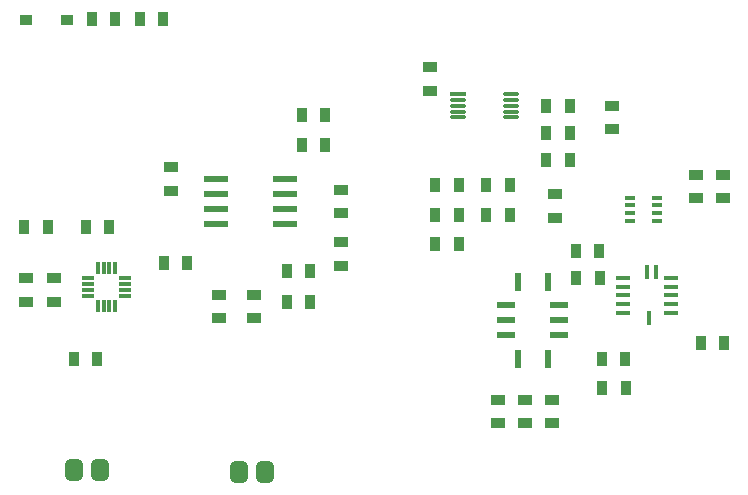
<source format=gtp>
G04*
G04 #@! TF.GenerationSoftware,Altium Limited,Altium Designer,20.0.12 (288)*
G04*
G04 Layer_Color=8421504*
%FSLAX44Y44*%
%MOMM*%
G71*
G01*
G75*
%ADD15R,1.0000X0.8500*%
%ADD16R,1.0000X0.3000*%
%ADD17R,0.3000X1.0000*%
%ADD18R,0.9000X1.3000*%
%ADD19R,1.3000X0.9000*%
%ADD20R,2.0000X0.6000*%
%ADD21O,1.4500X0.3000*%
%ADD22R,1.4500X0.3000*%
%ADD23R,0.6000X1.5000*%
%ADD24R,1.5000X0.6000*%
G04:AMPARAMS|DCode=25|XSize=1.5mm|YSize=1.8mm|CornerRadius=0.375mm|HoleSize=0mm|Usage=FLASHONLY|Rotation=0.000|XOffset=0mm|YOffset=0mm|HoleType=Round|Shape=RoundedRectangle|*
%AMROUNDEDRECTD25*
21,1,1.5000,1.0500,0,0,0.0*
21,1,0.7500,1.8000,0,0,0.0*
1,1,0.7500,0.3750,-0.5250*
1,1,0.7500,-0.3750,-0.5250*
1,1,0.7500,-0.3750,0.5250*
1,1,0.7500,0.3750,0.5250*
%
%ADD25ROUNDEDRECTD25*%
%ADD26R,0.4000X1.3000*%
%ADD27R,1.3000X0.3500*%
%ADD28R,0.9000X0.3500*%
D15*
X117830Y423070D02*
D03*
X82830D02*
D03*
D16*
X135130Y204510D02*
D03*
Y199510D02*
D03*
Y194510D02*
D03*
Y189510D02*
D03*
X167130D02*
D03*
Y194510D02*
D03*
Y199510D02*
D03*
Y204510D02*
D03*
D17*
X143630Y181010D02*
D03*
X148630D02*
D03*
X153630D02*
D03*
X158630D02*
D03*
Y213010D02*
D03*
X153630D02*
D03*
X148630D02*
D03*
X143630D02*
D03*
D18*
X336390Y343060D02*
D03*
X316390D02*
D03*
X336390Y317660D02*
D03*
X316390D02*
D03*
X303690Y210980D02*
D03*
X323690D02*
D03*
Y184310D02*
D03*
X303690D02*
D03*
X219550Y217330D02*
D03*
X199550D02*
D03*
X143350Y136050D02*
D03*
X123350D02*
D03*
X133630Y247810D02*
D03*
X153630D02*
D03*
X101440D02*
D03*
X81440D02*
D03*
X429420Y233840D02*
D03*
X449420D02*
D03*
X429420Y257970D02*
D03*
X449420D02*
D03*
X429420Y283370D02*
D03*
X449420D02*
D03*
X472600Y257970D02*
D03*
X492600D02*
D03*
X472600Y283370D02*
D03*
X492600D02*
D03*
X523400Y304960D02*
D03*
X543400D02*
D03*
Y327820D02*
D03*
X523400D02*
D03*
Y350680D02*
D03*
X543400D02*
D03*
X590390Y136050D02*
D03*
X570390D02*
D03*
X590550Y111920D02*
D03*
X570550D02*
D03*
X654210Y150020D02*
D03*
X674210D02*
D03*
X568500Y228000D02*
D03*
X548500D02*
D03*
X548750Y205000D02*
D03*
X568750D02*
D03*
X179070Y424180D02*
D03*
X199070D02*
D03*
X158590D02*
D03*
X138590D02*
D03*
D19*
X275590Y190500D02*
D03*
Y170500D02*
D03*
X246380D02*
D03*
Y190500D02*
D03*
X349250Y279400D02*
D03*
Y259400D02*
D03*
Y214950D02*
D03*
Y234950D02*
D03*
X106680Y204510D02*
D03*
Y184510D02*
D03*
X82550Y204470D02*
D03*
Y184470D02*
D03*
X205740Y278500D02*
D03*
Y298500D02*
D03*
X424750Y363250D02*
D03*
Y383250D02*
D03*
X530860Y255590D02*
D03*
Y275590D02*
D03*
X579120Y350680D02*
D03*
Y330680D02*
D03*
X528320Y101600D02*
D03*
Y81600D02*
D03*
X505460Y101600D02*
D03*
Y81600D02*
D03*
X482600D02*
D03*
Y101600D02*
D03*
X650240Y272100D02*
D03*
Y292100D02*
D03*
X673100Y272100D02*
D03*
Y292100D02*
D03*
D20*
X243750Y288500D02*
D03*
Y275800D02*
D03*
Y263000D02*
D03*
Y250300D02*
D03*
X302350Y288500D02*
D03*
Y275800D02*
D03*
Y263000D02*
D03*
Y250300D02*
D03*
D21*
X493920Y340680D02*
D03*
Y345680D02*
D03*
Y350680D02*
D03*
Y355680D02*
D03*
Y360680D02*
D03*
X448420Y340680D02*
D03*
Y345680D02*
D03*
Y350680D02*
D03*
Y355680D02*
D03*
D22*
Y360680D02*
D03*
D23*
X499110Y201570D02*
D03*
X524510D02*
D03*
Y136570D02*
D03*
X499110D02*
D03*
D24*
X534310Y181570D02*
D03*
Y169070D02*
D03*
Y156570D02*
D03*
X489310D02*
D03*
Y169070D02*
D03*
Y181570D02*
D03*
D25*
X285190Y40800D02*
D03*
X262890D02*
D03*
X145490Y42070D02*
D03*
X123190D02*
D03*
D26*
X610250Y171000D02*
D03*
X616550Y209500D02*
D03*
X608550D02*
D03*
D27*
X628750Y175000D02*
D03*
Y182500D02*
D03*
Y190000D02*
D03*
Y197500D02*
D03*
Y205000D02*
D03*
X588350D02*
D03*
Y197500D02*
D03*
Y190000D02*
D03*
Y182500D02*
D03*
Y175000D02*
D03*
D28*
X617540Y253300D02*
D03*
Y259800D02*
D03*
Y266300D02*
D03*
Y272800D02*
D03*
X594040Y253300D02*
D03*
Y259800D02*
D03*
Y266300D02*
D03*
Y272800D02*
D03*
M02*

</source>
